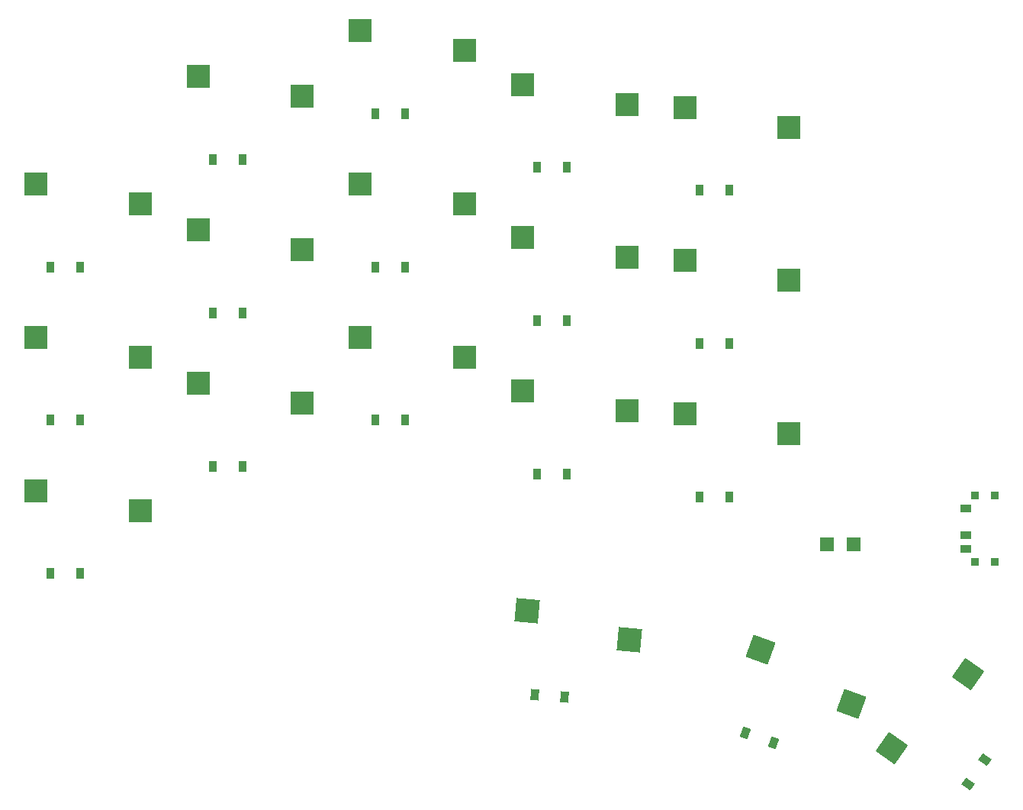
<source format=gbr>
%TF.GenerationSoftware,KiCad,Pcbnew,(6.0.7-1)-1*%
%TF.CreationDate,2022-09-04T19:21:53+10:00*%
%TF.ProjectId,Dusk 36,4475736b-2033-4362-9e6b-696361645f70,v1.0.0*%
%TF.SameCoordinates,Original*%
%TF.FileFunction,Paste,Bot*%
%TF.FilePolarity,Positive*%
%FSLAX46Y46*%
G04 Gerber Fmt 4.6, Leading zero omitted, Abs format (unit mm)*
G04 Created by KiCad (PCBNEW (6.0.7-1)-1) date 2022-09-04 19:21:53*
%MOMM*%
%LPD*%
G01*
G04 APERTURE LIST*
G04 Aperture macros list*
%AMRotRect*
0 Rectangle, with rotation*
0 The origin of the aperture is its center*
0 $1 length*
0 $2 width*
0 $3 Rotation angle, in degrees counterclockwise*
0 Add horizontal line*
21,1,$1,$2,0,0,$3*%
G04 Aperture macros list end*
%ADD10R,2.600000X2.600000*%
%ADD11R,0.900000X1.200000*%
%ADD12RotRect,0.900000X1.200000X355.000000*%
%ADD13RotRect,2.600000X2.600000X340.000000*%
%ADD14RotRect,0.900000X1.200000X55.000000*%
%ADD15R,1.500000X1.500000*%
%ADD16RotRect,2.600000X2.600000X55.000000*%
%ADD17RotRect,2.600000X2.600000X355.000000*%
%ADD18RotRect,0.900000X1.200000X340.000000*%
%ADD19R,0.900000X0.900000*%
%ADD20R,1.250000X0.900000*%
G04 APERTURE END LIST*
D10*
%TO.C,S19*%
X189786453Y-88591169D03*
X201336453Y-90791169D03*
%TD*%
D11*
%TO.C,D6*%
X155411442Y-62941168D03*
X158711442Y-62941168D03*
%TD*%
D10*
%TO.C,S7*%
X153786442Y-87741167D03*
X165336442Y-89941167D03*
%TD*%
D12*
%TO.C,D16*%
X191134474Y-122284995D03*
X194421916Y-122572609D03*
%TD*%
D10*
%TO.C,S25*%
X207786452Y-91141167D03*
X219336452Y-93341167D03*
%TD*%
D11*
%TO.C,D1*%
X137411446Y-108841166D03*
X140711446Y-108841166D03*
%TD*%
D10*
%TO.C,S13*%
X171786443Y-82641173D03*
X183336443Y-84841173D03*
%TD*%
D11*
%TO.C,D8*%
X173411442Y-74841174D03*
X176711442Y-74841174D03*
%TD*%
%TO.C,D3*%
X137411449Y-74841168D03*
X140711449Y-74841168D03*
%TD*%
%TO.C,D5*%
X155411445Y-79941170D03*
X158711445Y-79941170D03*
%TD*%
D10*
%TO.C,S5*%
X135786438Y-65641166D03*
X147336438Y-67841166D03*
%TD*%
D13*
%TO.C,S33*%
X216156598Y-117277573D03*
X226257603Y-123295229D03*
%TD*%
D14*
%TO.C,D18*%
X239229194Y-132174088D03*
X241121996Y-129470886D03*
%TD*%
D10*
%TO.C,S17*%
X171786444Y-48641168D03*
X183336444Y-50841168D03*
%TD*%
%TO.C,S21*%
X189786439Y-71591169D03*
X201336439Y-73791169D03*
%TD*%
D15*
%TO.C,PAD1*%
X226561441Y-105591169D03*
%TD*%
D10*
%TO.C,S3*%
X135786447Y-82641163D03*
X147336447Y-84841163D03*
%TD*%
D11*
%TO.C,D12*%
X191411444Y-63791175D03*
X194711444Y-63791175D03*
%TD*%
D10*
%TO.C,S1*%
X135786440Y-99641160D03*
X147336440Y-101841160D03*
%TD*%
%TO.C,S15*%
X171786439Y-65641167D03*
X183336439Y-67841167D03*
%TD*%
D16*
%TO.C,S35*%
X230760922Y-128228305D03*
X239187864Y-120028967D03*
%TD*%
D10*
%TO.C,S27*%
X207786440Y-74141175D03*
X219336440Y-76341175D03*
%TD*%
D17*
%TO.C,S31*%
X190317483Y-112978381D03*
X201631789Y-116176659D03*
%TD*%
D11*
%TO.C,D15*%
X209411447Y-66341168D03*
X212711447Y-66341168D03*
%TD*%
%TO.C,D13*%
X209411444Y-100341176D03*
X212711444Y-100341176D03*
%TD*%
D18*
%TO.C,D17*%
X214537016Y-126478525D03*
X217638002Y-127607191D03*
%TD*%
D11*
%TO.C,D11*%
X191411444Y-80791162D03*
X194711444Y-80791162D03*
%TD*%
D10*
%TO.C,S11*%
X153786439Y-53741165D03*
X165336439Y-55941165D03*
%TD*%
D19*
%TO.C,T2*%
X239961444Y-100141167D03*
X242161444Y-100141167D03*
X239961444Y-107541167D03*
X242161444Y-107541167D03*
D20*
X238986444Y-101591167D03*
X238986444Y-104591167D03*
X238986444Y-106091167D03*
%TD*%
D10*
%TO.C,S23*%
X189786438Y-54591167D03*
X201336438Y-56791167D03*
%TD*%
D15*
%TO.C,PAD2*%
X223561448Y-105591175D03*
%TD*%
D11*
%TO.C,D14*%
X209411440Y-83341165D03*
X212711440Y-83341165D03*
%TD*%
%TO.C,D7*%
X173411437Y-91841170D03*
X176711437Y-91841170D03*
%TD*%
%TO.C,D10*%
X191411448Y-97791167D03*
X194711448Y-97791167D03*
%TD*%
D10*
%TO.C,S9*%
X153786445Y-70741170D03*
X165336445Y-72941170D03*
%TD*%
D11*
%TO.C,D4*%
X155411444Y-96941166D03*
X158711444Y-96941166D03*
%TD*%
%TO.C,D9*%
X173411442Y-57841165D03*
X176711442Y-57841165D03*
%TD*%
%TO.C,D2*%
X137411440Y-91841171D03*
X140711440Y-91841171D03*
%TD*%
D10*
%TO.C,S29*%
X207786446Y-57141168D03*
X219336446Y-59341168D03*
%TD*%
M02*

</source>
